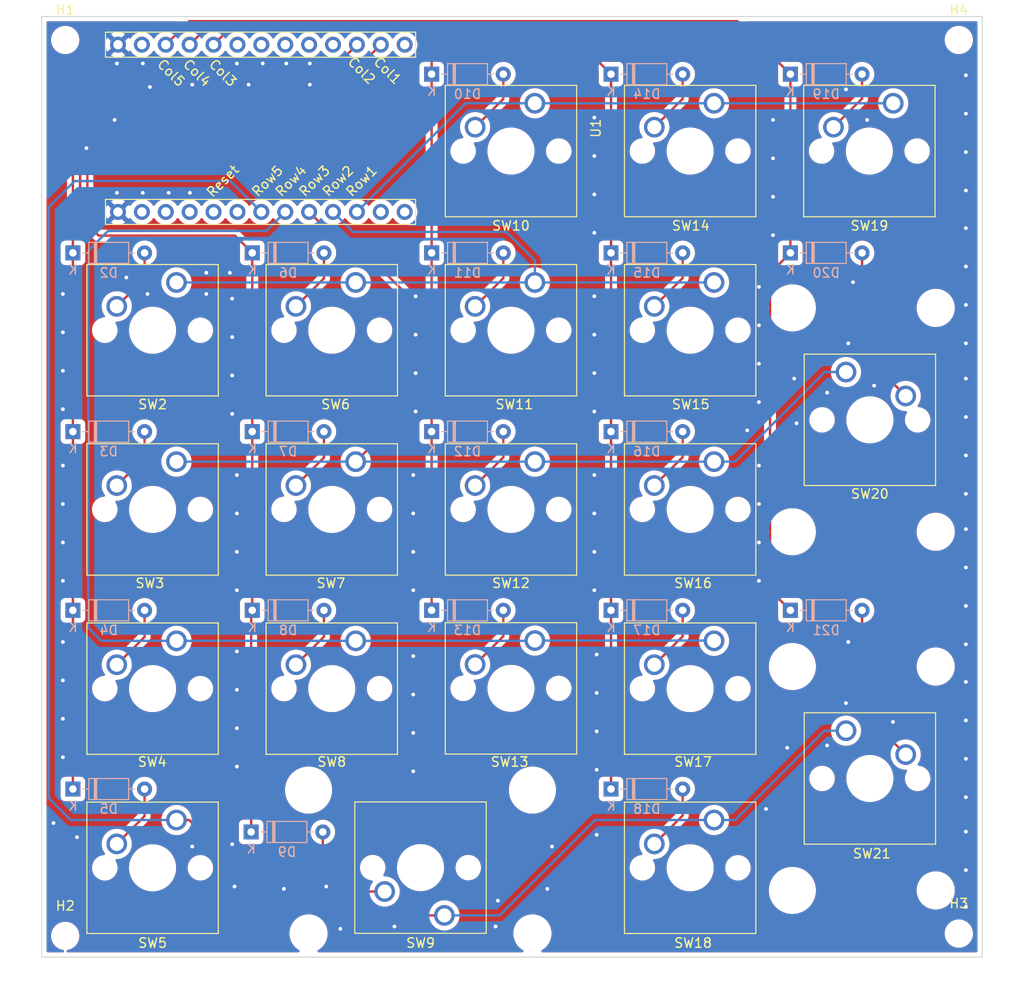
<source format=kicad_pcb>
(kicad_pcb (version 20211014) (generator pcbnew)
  (layers (0 "F.Cu" signal) (31 "B.Cu" signal) (34 "B.Paste" user) (35 "F.Paste" user) (36 "B.SilkS" user "B.Silkscreen") (37 "F.SilkS" user "F.Silkscreen") (38 "B.Mask" user) (39 "F.Mask" user) (44 "Edge.Cuts" user))
  (net 0 "")
  (net 1 "Col1")
  (net 2 "Net-(D2-Pad2)")
  (net 3 "Net-(D3-Pad2)")
  (net 4 "Net-(D4-Pad2)")
  (net 5 "Net-(D5-Pad2)")
  (net 6 "Net-(D6-Pad2)")
  (net 7 "Net-(D7-Pad2)")
  (net 8 "Net-(D8-Pad2)")
  (net 9 "Net-(D9-Pad2)")
  (net 10 "Net-(D10-Pad2)")
  (net 11 "Col3")
  (net 12 "Net-(D11-Pad2)")
  (net 13 "Net-(D12-Pad2)")
  (net 14 "Net-(D13-Pad2)")
  (net 15 "Net-(D14-Pad2)")
  (net 16 "Net-(D15-Pad2)")
  (net 17 "Col4")
  (net 18 "Net-(D16-Pad2)")
  (net 19 "Net-(D17-Pad2)")
  (net 20 "Net-(D18-Pad2)")
  (net 21 "Net-(D19-Pad2)")
  (net 22 "Net-(D20-Pad2)")
  (net 23 "Col5")
  (net 24 "Row1")
  (net 25 "Row2")
  (net 26 "Row3")
  (net 27 "Row4")
  (net 28 "Row5")
  (net 34 "Reset")
  (net 38 "Col2")
  (net 42 "Net-(D21-Pad2)")
  (net 43 "RW1")
  (net 44 "GND")
  (net 45 "RW2")
  (footprint "Button_Switch_Keyboard:SW_Cherry_MX_1.00u_PCB" (layer "F.Cu") (at 126.6275 85.379442)
    (fp_text reference "SW8")
    (fp_text value "SW_Push")
  )
  (footprint "Button_Switch_Keyboard:SW_Cherry_MX_1.00u_PCB" (layer "F.Cu") (at 107.5775 47.279442)
    (fp_text reference "SW2")
    (fp_text value "SW_Push")
  )
  (footprint "Button_Switch_Keyboard:SW_Cherry_MX_1.00u_PCB" (layer "F.Cu") (at 107.5775 66.329442)
    (fp_text reference "SW3")
    (fp_text value "SW_Push")
  )
  (footprint "Button_Switch_Keyboard:SW_Cherry_MX_1.00u_PCB" (layer "F.Cu") (at 164.7275 47.279442)
    (fp_text reference "SW15")
    (fp_text value "SW_Push")
  )
  (footprint "Button_Switch_Keyboard:SW_Cherry_MX_1.00u_PCB" (layer "F.Cu") (at 164.7275 85.379442)
    (fp_text reference "SW17")
    (fp_text value "SW_Push")
  )
  (footprint "MountingHole:MountingHole_2mm" (layer "F.Cu") (at 190.75 21.5)
    (fp_text reference "H4")
    (fp_text value "MountingHole_Pad")
  )
  (footprint "Button_Switch_Keyboard:SW_Cherry_MX_1.00u_PCB" (layer "F.Cu") (at 126.6275 47.279442)
    (fp_text reference "SW6")
    (fp_text value "SW_Push")
  )
  (footprint "Button_Switch_Keyboard:SW_Cherry_MX_1.00u_PCB" (layer "F.Cu") (at 145.6775 28.229442)
    (fp_text reference "SW10")
    (fp_text value "SW_Push")
  )
  (footprint "MountingHole:MountingHole_2mm" (layer "F.Cu") (at 190.75 116.5)
    (fp_text reference "H3")
    (fp_text value "MountingHole_Pad")
  )
  (footprint "MountingHole:MountingHole_2mm" (layer "F.Cu") (at 95.75 116.75)
    (fp_text reference "H2")
    (fp_text value "MountingHole_Pad")
  )
  (footprint "MountingHole:MountingHole_2mm" (layer "F.Cu") (at 95.75 21.5)
    (fp_text reference "H1")
    (fp_text value "MountingHole_Pad")
  )
  (footprint "Kicad-STM32-master:YAAJ_BlackPill_SWD_3" (layer "F.Cu") (at 142 22 -90)
    (fp_text reference "U1")
    (fp_text value "YAAJ_BlackPill_Part_Like_SWD_Breakout" hide)
  )
  (footprint "Button_Switch_Keyboard:SW_Cherry_MX_1.00u_PCB" (layer "F.Cu") (at 164.7275 104.429442)
    (fp_text reference "SW18")
    (fp_text value "SW_Push")
  )
  (footprint "Button_Switch_Keyboard:SW_Cherry_MX_1.00u_PCB" (layer "F.Cu") (at 107.5775 85.379442)
    (fp_text reference "SW4")
    (fp_text value "SW_Push")
  )
  (footprint "Button_Switch_Keyboard:SW_Cherry_MX_1.00u_PCB" (layer "F.Cu") (at 183.7775 28.229442)
    (fp_text reference "SW19")
    (fp_text value "SW_Push")
  )
  (footprint "Button_Switch_Keyboard:SW_Cherry_MX_1.00u_PCB" (layer "F.Cu") (at 107.5775 104.429442)
    (fp_text reference "SW5")
    (fp_text value "SW_Push")
  )
  (footprint "Button_Switch_Keyboard:SW_Cherry_MX_1.00u_PCB" (layer "F.Cu") (at 145.6775 47.279442)
    (fp_text reference "SW11")
    (fp_text value "SW_Push")
  )
  (footprint "Button_Switch_Keyboard:SW_Cherry_MX_1.00u_PCB" (layer "F.Cu") (at 126.6275 66.329442)
    (fp_text reference "SW7")
    (fp_text value "SW_Push")
  )
  (footprint "Button_Switch_Keyboard:SW_Cherry_MX_1.00u_PCB" (layer "F.Cu") (at 164.7275 66.329442)
    (fp_text reference "SW16")
    (fp_text value "SW_Push")
  )
  (footprint "Button_Switch_Keyboard:SW_Cherry_MX_1.00u_PCB" (layer "F.Cu") (at 164.7275 28.229442)
    (fp_text reference "SW14")
    (fp_text value "SW_Push")
  )
  (footprint "Button_Switch_Keyboard:SW_Cherry_MX_1.00u_PCB" (layer "F.Cu") (at 145.6775 85.3525)
    (fp_text reference "SW13")
    (fp_text value "SW_Push")
  )
  (footprint "Button_Switch_Keyboard:SW_Cherry_MX_1.00u_PCB" (layer "F.Cu") (at 145.6775 66.329442)
    (fp_text reference "SW12")
    (fp_text value "SW_Push")
  )
  (footprint "Diode_THT:D_DO-35_SOD27_P7.62mm_Horizontal" (layer "B.Cu") (at 153.773866 63.134442)
    (fp_text reference "D16")
    (fp_text value "1N4148")
  )
  (footprint "Diode_THT:D_DO-35_SOD27_P7.62mm_Horizontal" (layer "B.Cu") (at 134.704244 82.134442)
    (fp_text reference "D13")
    (fp_text value "1N4148")
  )
  (footprint "Diode_THT:D_DO-35_SOD27_P7.62mm_Horizontal" (layer "B.Cu") (at 153.773866 82.134442)
    (fp_text reference "D17")
    (fp_text value "1N4148")
  )
  (footprint "Diode_THT:D_DO-35_SOD27_P7.62mm_Horizontal" (layer "B.Cu") (at 153.773866 25.134442)
    (fp_text reference "D14")
    (fp_text value "1N4148")
  )
  (footprint "Diode_THT:D_DO-35_SOD27_P7.62mm_Horizontal" (layer "B.Cu") (at 153.773866 44.134442)
    (fp_text reference "D15")
    (fp_text value "1N4148")
  )
  (footprint "Diode_THT:D_DO-35_SOD27_P7.62mm_Horizontal" (layer "B.Cu") (at 96.565 82.134442)
    (fp_text reference "D4")
    (fp_text value "1N4148")
  )
  (footprint "Diode_THT:D_DO-35_SOD27_P7.62mm_Horizontal" (layer "B.Cu") (at 172.843489 82.134442)
    (fp_text reference "D21")
    (fp_text value "1N4148")
  )
  (footprint "Diode_THT:D_DO-35_SOD27_P7.62mm_Horizontal" (layer "B.Cu") (at 134.704244 44.134442)
    (fp_text reference "D11")
    (fp_text value "1N4148")
  )
  (footprint "Diode_THT:D_DO-35_SOD27_P7.62mm_Horizontal" (layer "B.Cu") (at 153.773866 101.134442)
    (fp_text reference "D18")
    (fp_text value "1N4148")
  )
  (footprint "Diode_THT:D_DO-35_SOD27_P7.62mm_Horizontal" (layer "B.Cu") (at 172.843489 25.134442)
    (fp_text reference "D19")
    (fp_text value "1N4148")
  )
  (footprint "Diode_THT:D_DO-35_SOD27_P7.62mm_Horizontal" (layer "B.Cu") (at 172.843489 44.134442)
    (fp_text reference "D20")
    (fp_text value "1N4148")
  )
  (footprint "Diode_THT:D_DO-35_SOD27_P7.62mm_Horizontal" (layer "B.Cu") (at 115.634622 44.134442)
    (fp_text reference "D6")
    (fp_text value "1N4148")
  )
  (footprint "Button_Switch_Keyboard:SW_Cherry_MX_2.00u_Vertical_PCB" (layer "B.Cu") (at 178.755 94.9325 180)
    (fp_text reference "SW21")
    (fp_text value "SW_Push")
  )
  (footprint "Diode_THT:D_DO-35_SOD27_P7.62mm_Horizontal" (layer "B.Cu") (at 115.515 105.699442)
    (fp_text reference "D9")
    (fp_text value "1N4148")
  )
  (footprint "Diode_THT:D_DO-35_SOD27_P7.62mm_Horizontal" (layer "B.Cu") (at 96.565 63.134442)
    (fp_text reference "D3")
    (fp_text value "1N4148")
  )
  (footprint "Button_Switch_Keyboard:SW_Cherry_MX_2.00u_Vertical_PCB" (layer "B.Cu") (at 178.755 56.804442 180)
    (fp_text reference "SW20")
    (fp_text value "SW_Push")
  )
  (footprint "Diode_THT:D_DO-35_SOD27_P7.62mm_Horizontal" (layer "B.Cu") (at 134.704244 25.134442)
    (fp_text reference "D10")
    (fp_text value "1N4148")
  )
  (footprint "Button_Switch_Keyboard:SW_Cherry_MX_2.00u_PCB" (layer "B.Cu") (at 136.06 114.57)
    (fp_text reference "SW9")
    (fp_text value "SW_Push")
  )
  (footprint "Diode_THT:D_DO-35_SOD27_P7.62mm_Horizontal" (layer "B.Cu") (at 115.634622 82.134442)
    (fp_text reference "D8")
    (fp_text value "1N4148")
  )
  (footprint "Diode_THT:D_DO-35_SOD27_P7.62mm_Horizontal" (layer "B.Cu") (at 134.704244 63.134442)
    (fp_text reference "D12")
    (fp_text value "1N4148")
  )
  (footprint "Diode_THT:D_DO-35_SOD27_P7.62mm_Horizontal" (layer "B.Cu") (at 96.565 101.134442)
    (fp_text reference "D5")
    (fp_text value "1N4148")
  )
  (footprint "Diode_THT:D_DO-35_SOD27_P7.62mm_Horizontal" (layer "B.Cu") (at 96.565 44.134442)
    (fp_text reference "D2")
    (fp_text value "1N4148")
  )
  (footprint "Diode_THT:D_DO-35_SOD27_P7.62mm_Horizontal" (layer "B.Cu") (at 115.634622 63.134442)
    (fp_text reference "D7")
    (fp_text value "1N4148")
  )
  (gr_rect (start 193.24 19.01) (end 93.25 119) (layer "Edge.Cuts") (width 0.1) (fill none))
  (gr_text "Col3" (at 112.5 25 315) (layer "F.SilkS") (effects (font (size 1 1))))
  (gr_text "Reset" (at 112.5 36.5 45) (layer "F.SilkS") (effects (font (size 1 1))))
  (gr_text "Row3" (at 122.25 36.5 45) (layer "F.SilkS") (effects (font (size 1 1))))
  (gr_text "Col2" (at 127.25 24.75 315) (layer "F.SilkS") (effects (font (size 1 1))))
  (gr_text "Row4" (at 119.75 36.5 45) (layer "F.SilkS") (effects (font (size 1 1))))
  (gr_text "Row1" (at 127.25 36.5 45) (layer "F.SilkS") (effects (font (size 1 1))))
  (gr_text "Row5" (at 117.25 36.5 45) (layer "F.SilkS") (effects (font (size 1 1))))
  (gr_text "Col4" (at 109.75 25 315) (layer "F.SilkS") (effects (font (size 1 1))))
  (gr_text "Col1" (at 130 24.75 315) (layer "F.SilkS") (effects (font (size 1 1))))
  (gr_text "Row2" (at 124.75 36.5 45) (layer "F.SilkS") (effects (font (size 1 1))))
  (gr_text "Col5" (at 107 25 315) (layer "F.SilkS") (effects (font (size 1 1))))
  (segment (start 123.51 25.25) (end 126.76 22) (width 0.25) (layer "F.Cu") (net 1))
  (segment (start 96.565 44.134442) (end 96.565 32.835) (width 0.25) (layer "F.Cu") (net 1))
  (segment (start 96.565 82.134442) (end 96.565 63.134442) (width 0.25) (layer "F.Cu") (net 1))
  (segment (start 96.565 32.835) (end 104.15 25.25) (width 0.25) (layer "F.Cu") (net 1))
  (segment (start 96.565 63.134442) (end 96.565 44.134442) (width 0.25) (layer "F.Cu") (net 1))
  (segment (start 96.565 101.134442) (end 96.565 82.134442) (width 0.25) (layer "F.Cu") (net 1))
  (segment (start 104.15 25.25) (end 123.51 25.25) (width 0.25) (layer "F.Cu") (net 1))
  (segment (start 104.185 46.861942) (end 101.2275 49.819442) (width 0.25) (layer "F.Cu") (net 2))
  (segment (start 104.185 44.134442) (end 104.185 46.861942) (width 0.25) (layer "F.Cu") (net 2))
  (segment (start 104.185 65.911942) (end 101.2275 68.869442) (width 0.25) (layer "F.Cu") (net 3))
  (segment (start 104.185 63.134442) (end 104.185 65.911942) (width 0.25) (layer "F.Cu") (net 3))
  (segment (start 104.185 84.961942) (end 101.2275 87.919442) (width 0.25) (layer "F.Cu") (net 4))
  (segment (start 104.185 82.134442) (end 104.185 84.961942) (width 0.25) (layer "F.Cu") (net 4))
  (segment (start 104.185 104.011942) (end 101.2275 106.969442) (width 0.25) (layer "F.Cu") (net 5))
  (segment (start 104.185 101.134442) (end 104.185 104.011942) (width 0.25) (layer "F.Cu") (net 5))
  (segment (start 123.254622 44.134442) (end 123.254622 46.84232) (width 0.25) (layer "F.Cu") (net 6))
  (segment (start 123.254622 46.84232) (end 120.2775 49.819442) (width 0.25) (layer "F.Cu") (net 6))
  (segment (start 123.254622 63.134442) (end 123.254622 65.89232) (width 0.25) (layer "F.Cu") (net 7))
  (segment (start 123.254622 65.89232) (end 120.2775 68.869442) (width 0.25) (layer "F.Cu") (net 7))
  (segment (start 123.254622 82.134442) (end 123.254622 84.94232) (width 0.25) (layer "F.Cu") (net 8))
  (segment (start 123.254622 84.94232) (end 120.2775 87.919442) (width 0.25) (layer "F.Cu") (net 8))
  (segment (start 123.135 105.699442) (end 123.135 109.385) (width 0.25) (layer "F.Cu") (net 9))
  (segment (start 125.78 112.03) (end 129.71 112.03) (width 0.25) (layer "F.Cu") (net 9))
  (segment (start 123.135 109.385) (end 125.78 112.03) (width 0.25) (layer "F.Cu") (net 9))
  (segment (start 142.324244 25.134442) (end 142.324244 27.772698) (width 0.25) (layer "F.Cu") (net 10))
  (segment (start 142.324244 27.772698) (end 139.3275 30.769442) (width 0.25) (layer "F.Cu") (net 10))
  (segment (start 113.02 20.5) (end 111.52 22) (width 0.25) (layer "F.Cu") (net 11))
  (segment (start 134.704244 21.704244) (end 133.5 20.5) (width 0.25) (layer "F.Cu") (net 11))
  (segment (start 134.704244 44.134442) (end 134.704244 25.134442) (width 0.25) (layer "F.Cu") (net 11))
  (segment (start 134.704244 82.134442) (end 134.704244 63.134442) (width 0.25) (layer "F.Cu") (net 11))
  (segment (start 134.704244 25.134442) (end 134.704244 21.704244) (width 0.25) (layer "F.Cu") (net 11))
  (segment (start 134.704244 63.134442) (end 134.704244 44.134442) (width 0.25) (layer "F.Cu") (net 11))
  (segment (start 133.5 20.5) (end 113.02 20.5) (width 0.25) (layer "F.Cu") (net 11))
  (segment (start 142.324244 46.822698) (end 139.3275 49.819442) (width 0.25) (layer "F.Cu") (net 12))
  (segment (start 142.324244 44.134442) (end 142.324244 46.822698) (width 0.25) (layer "F.Cu") (net 12))
  (segment (start 142.324244 63.134442) (end 142.324244 65.872698) (width 0.25) (layer "F.Cu") (net 13))
  (segment (start 142.324244 65.872698) (end 139.3275 68.869442) (width 0.25) (layer "F.Cu") (net 13))
  (segment (start 142.324244 82.134442) (end 142.324244 84.895756) (width 0.25) (layer "F.Cu") (net 14))
  (segment (start 142.324244 84.895756) (end 139.3275 87.8925) (width 0.25) (layer "F.Cu") (net 14))
  (segment (start 161.393866 25.134442) (end 161.393866 27.753076) (width 0.25) (layer "F.Cu") (net 15))
  (segment (start 161.393866 27.753076) (end 158.3775 30.769442) (width 0.25) (layer "F.Cu") (net 15))
  (segment (start 161.393866 46.803076) (end 158.3775 49.819442) (width 0.25) (layer "F.Cu") (net 16))
  (segment (start 161.393866 44.134442) (end 161.393866 46.803076) (width 0.25) (layer "F.Cu") (net 16))
  (segment (start 153.773866 44.134442) (end 153.773866 25.134442) (width 0.25) (layer "F.Cu") (net 17))
  (segment (start 153.773866 101.134442) (end 153.773866 82.134442) (width 0.25) (layer "F.Cu") (net 17))
  (segment (start 153.773866 25.134442) (end 148.639424 20) (width 0.25) (layer "F.Cu") (net 17))
  (segment (start 153.773866 63.134442) (end 153.773866 44.134442) (width 0.25) (layer "F.Cu") (net 17))
  (segment (start 110.98 20) (end 108.98 22) (width 0.25) (layer "F.Cu") (net 17))
  (segment (start 148.639424 20) (end 110.98 20) (width 0.25) (layer "F.Cu") (net 17))
  (segment (start 153.773866 82.134442) (end 153.773866 63.134442) (width 0.25) (layer "F.Cu") (net 17))
  (segment (start 161.393866 65.853076) (end 158.3775 68.869442) (width 0.25) (layer "F.Cu") (net 18))
  (segment (start 161.393866 63.134442) (end 161.393866 65.853076) (width 0.25) (layer "F.Cu") (net 18))
  (segment (start 161.393866 84.903076) (end 158.3775 87.919442) (width 0.25) (layer "F.Cu") (net 19))
  (segment (start 161.393866 82.134442) (end 161.393866 84.903076) (width 0.25) (layer "F.Cu") (net 19))
  (segment (start 161.393866 103.953076) (end 158.3775 106.969442) (width 0.25) (layer "F.Cu") (net 20))
  (segment (start 161.393866 101.134442) (end 161.393866 103.953076) (width 0.25) (layer "F.Cu") (net 20))
  (segment (start 180.463489 25.134442) (end 180.463489 27.733453) (width 0.25) (layer "F.Cu") (net 21))
  (segment (start 180.463489 27.733453) (end 177.4275 30.769442) (width 0.25) (layer "F.Cu") (net 21))
  (segment (start 180.463489 54.702931) (end 185.105 59.344442) (width 0.25) (layer "F.Cu") (net 22))
  (segment (start 180.463489 44.134442) (end 180.463489 54.702931) (width 0.25) (layer "F.Cu") (net 22))
  (segment (start 172.843489 25.134442) (end 172.843489 44.134442) (width 0.25) (layer "F.Cu") (net 23))
  (segment (start 172.834442 25.134442) (end 167.2 19.5) (width 0.25) (layer "F.Cu") (net 23))
  (segment (start 172.843489 25.134442) (end 172.834442 25.134442) (width 0.25) (layer "F.Cu") (net 23))
  (segment (start 172.843489 82.134442) (end 170.679999 79.970952) (width 0.25) (layer "F.Cu") (net 23))
  (segment (start 170.679999 46.297932) (end 172.843489 44.134442) (width 0.25) (layer "F.Cu") (net 23))
  (segment (start 170.679999 79.970952) (end 170.679999 46.297932) (width 0.25) (layer "F.Cu") (net 23))
  (segment (start 167.2 19.5) (end 108.94 19.5) (width 0.25) (layer "F.Cu") (net 23))
  (segment (start 108.94 19.5) (end 106.44 22) (width 0.25) (layer "F.Cu") (net 23))
  (segment (start 145.6775 28.229442) (end 138.310558 28.229442) (width 0.25) (layer "B.Cu") (net 24))
  (segment (start 138.310558 28.229442) (end 126.76 39.78) (width 0.25) (layer "B.Cu") (net 24))
  (segment (start 164.7275 28.229442) (end 145.6775 28.229442) (width 0.25) (layer "B.Cu") (net 24))
  (segment (start 183.7775 28.229442) (end 164.7275 28.229442) (width 0.25) (layer "B.Cu") (net 24))
  (segment (start 142.65 41.9) (end 126.34 41.9) (width 0.25) (layer "B.Cu") (net 25))
  (segment (start 126.6275 47.279442) (end 145.6775 47.279442) (width 0.25) (layer "B.Cu") (net 25))
  (segment (start 145.6775 44.9275) (end 142.65 41.9) (width 0.25) (layer "B.Cu") (net 25))
  (segment (start 126.34 41.9) (end 124.22 39.78) (width 0.25) (layer "B.Cu") (net 25))
  (segment (start 145.6775 47.279442) (end 164.7275 47.279442) (width 0.25) (layer "B.Cu") (net 25))
  (segment (start 107.5775 47.279442) (end 126.6275 47.279442) (width 0.25) (layer "B.Cu") (net 25))
  (segment (start 145.6775 47.279442) (end 145.6775 44.9275) (width 0.25) (layer "B.Cu") (net 25))
  (segment (start 127 43.5) (end 131.7 48.2) (width 0.25) (layer "F.Cu") (net 26))
  (segment (start 121.68 39.78) (end 125.4 43.5) (width 0.25) (layer "F.Cu") (net 26))
  (segment (start 125.4 43.5) (end 127 43.5) (width 0.25) (layer "F.Cu") (net 26))
  (segment (start 131.7 48.2) (end 131.7 61.256942) (width 0.25) (layer "F.Cu") (net 26))
  (segment (start 131.7 61.256942) (end 126.6275 66.329442) (width 0.25) (layer "F.Cu") (net 26))
  (segment (start 176.495558 56.804442) (end 178.755 56.804442) (width 0.25) (layer "B.Cu") (net 26))
  (segment (start 164.7275 66.329442) (end 166.970558 66.329442) (width 0.25) (layer "B.Cu") (net 26))
  (segment (start 166.970558 66.329442) (end 176.495558 56.804442) (width 0.25) (layer "B.Cu") (net 26))
  (segment (start 126.6275 66.329442) (end 145.970558 66.329442) (width 0.25) (layer "B.Cu") (net 26))
  (segment (start 145.6775 66.329442) (end 164.7275 66.329442) (width 0.25) (layer "B.Cu") (net 26))
  (segment (start 107.5775 66.329442) (end 126.6275 66.329442) (width 0.25) (layer "B.Cu") (net 26))
  (segment (start 117.12 41.8) (end 119.14 39.78) (width 0.25) (layer "B.Cu") (net 27))
  (segment (start 100.3 41.8) (end 117.12 41.8) (width 0.25) (layer "B.Cu") (net 27))
  (segment (start 145.650558 85.379442) (end 145.6775 85.3525) (width 0.25) (layer "B.Cu") (net 27))
  (segment (start 99.579442 85.379442) (end 98.2 84) (width 0.25) (layer "B.Cu") (net 27))
  (segment (start 145.6775 85.3525) (end 164.700558 85.3525) (width 0.25) (layer "B.Cu") (net 27))
  (segment (start 107.5775 85.379442) (end 126.6275 85.379442) (width 0.25) (layer "B.Cu") (net 27))
  (segment (start 107.5775 85.379442) (end 99.579442 85.379442) (width 0.25) (layer "B.Cu") (net 27))
  (segment (start 98.2 43.9) (end 100.3 41.8) (width 0.25) (layer "B.Cu") (net 27))
  (segment (start 164.700558 85.3525) (end 164.7275 85.379442) (width 0.25) (layer "B.Cu") (net 27))
  (segment (start 126.6275 85.379442) (end 145.650558 85.379442) (width 0.25) (layer "B.Cu") (net 27))
  (segment (start 98.2 84) (end 98.2 43.9) (width 0.25) (layer "B.Cu") (net 27))
  (segment (start 124.57 114.57) (end 136.06 114.57) (width 0.25) (layer "F.Cu") (net 28))
  (segment (start 114.75 110.25) (end 120.25 110.25) (width 0.25) (layer "F.Cu") (net 28))
  (segment (start 107.5775 104.429442) (end 108.929442 104.429442) (width 0.25) (layer "F.Cu") (net 28))
  (segment (start 120.25 110.25) (end 124.57 114.57) (width 0.25) (layer "F.Cu") (net 28))
  (segment (start 108.929442 104.429442) (end 114.75 110.25) (width 0.25) (layer "F.Cu") (net 28))
  (segment (start 176.4675 94.9325) (end 178.755 94.9325) (width 0.25) (layer "B.Cu") (net 28))
  (segment (start 152.070558 104.429442) (end 141.93 114.57) (width 0.25) (layer "B.Cu") (net 28))
  (segment (start 164.7275 104.429442) (end 152.070558 104.429442) (width 0.25) (layer "B.Cu") (net 28))
  (segment (start 94 39.25) (end 96.75 36.5) (width 0.25) (layer "B.Cu") (net 28))
  (segment (start 164.7275 104.429442) (end 166.970558 104.429442) (width 0.25) (layer "B.Cu") (net 28))
  (segment (start 166.970558 104.429442) (end 176.4675 94.9325) (width 0.25) (layer "B.Cu") (net 28))
  (segment (start 96.329442 104.429442) (end 94 102.1) (width 0.25) (layer "B.Cu") (net 28))
  (segment (start 94 102.1) (end 94 39.25) (width 0.25) (layer "B.Cu") (net 28))
  (segment (start 96.75 36.5) (end 113.32 36.5) (width 0.25) (layer "B.Cu") (net 28))
  (segment (start 141.93 114.57) (end 136.06 114.57) (width 0.25) (layer "B.Cu") (net 28))
  (segment (start 107.5775 104.429442) (end 96.329442 104.429442) (width 0.25) (layer "B.Cu") (net 28))
  (segment (start 113.32 36.5) (end 116.6 39.78) (width 0.25) (layer "B.Cu") (net 28))
  (segment (start 105.25 27.5) (end 123.8 27.5) (width 0.25) (layer "F.Cu") (net 38))
  (segment (start 99.3 42.3) (end 98.1 41.1) (width 0.25) (layer "F.Cu") (net 38))
  (segment (start 98.1 41.1) (end 98.1 34.65) (width 0.25) (layer "F.Cu") (net 38))
  (segment (start 115.634622 44.134442) (end 113.80018 42.3) (width 0.25) (layer "F.Cu") (net 38))
  (segment (start 123.8 27.5) (end 129.3 22) (width 0.25) (layer "F.Cu") (net 38))
  (segment (start 115.515 105.699442) (end 115.515 82.254064) (width 0.25) (layer "F.Cu") (net 38))
  (segment (start 115.634622 82.134442) (end 115.634622 63.134442) (width 0.25) (layer "F.Cu") (net 38))
  (segment (start 113.80018 42.3) (end 99.3 42.3) (width 0.25) (layer "F.Cu") (net 38))
  (segment (start 115.634622 63.134442) (end 115.634622 44.134442) (width 0.25) (layer "F.Cu") (net 38))
  (segment (start 98.1 34.65) (end 105.25 27.5) (width 0.25) (layer "F.Cu") (net 38))
  (segment (start 115.515 82.254064) (end 115.634622 82.134442) (width 0.25) (layer "F.Cu") (net 38))
  (segment (start 180.463489 92.830989) (end 185.105 97.4725) (width 0.25) (layer "F.Cu") (net 42))
  (segment (start 180.463489 82.134442) (end 180.463489 92.830989) (width 0.25) (layer "F.Cu") (net 42))
  (via (at 173.5 62.25) (size 0.8) (drill 0.4) (layers "F.Cu" "B.Cu") (net 44))
  (via (at 95.5 93.666666) (size 0.8) (drill 0.4) (layers "F.Cu" "B.Cu") (net 44))
  (via (at 119.25 24) (size 0.8) (drill 0.4) (layers "F.Cu" "B.Cu") (net 44))
  (via (at 132.75 91.083333) (size 0.8) (drill 0.4) (layers "F.Cu" "B.Cu") (net 44))
  (via (at 101.25 24) (size 0.8) (drill 0.4) (layers "F.Cu" "B.Cu") (net 44))
  (via (at 98 33) (size 0.8) (drill 0.4) (layers "F.Cu" "B.Cu") (net 44))
  (via (at 191.5 77.583333) (size 0.8) (drill 0.4) (layers "F.Cu" "B.Cu") (net 44))
  (via (at 113.25 46.25) (size 0.8) (drill 0.4) (layers "F.Cu" "B.Cu") (net 44))
  (via (at 133 52.833333) (size 0.8) (drill 0.4) (layers "F.Cu" "B.Cu") (net 44))
  (via (at 171 42.25) (size 0.8) (drill 0.4) (layers "F.Cu" "B.Cu") (net 44))
  (via (at 104.75 26.5) (size 0.8) (drill 0.4) (layers "F.Cu" "B.Cu") (net 44))
  (via (at 183.75 94) (size 0.8) (drill 0.4) (layers "F.Cu" "B.Cu") (net 44))
  (via (at 141.5 115.75) (size 0.8) (drill 0.4) (layers "F.Cu" "B.Cu") (net 44))
  (via (at 169.5 66.75) (size 0.8) (drill 0.4) (layers "F.Cu" "B.Cu") (net 44))
  (via (at 152 48.75) (size 0.8) (drill 0.4) (layers "F.Cu" "B.Cu") (net 44))
  (via (at 176.75 59) (size 0.8) (drill 0.4) (layers "F.Cu" "B.Cu") (net 44))
  (via (at 95.5 70.833333) (size 0.8) (drill 0.4) (layers "F.Cu" "B.Cu") (net 44))
  (via (at 191.5 57.5) (size 0.8) (drill 0.4) (layers "F.Cu" "B.Cu") (net 44))
  (via (at 132.75 67.75) (size 0.8) (drill 0.4) (layers "F.Cu" "B.Cu") (net 44))
  (via (at 101.25 37.75) (size 0.8) (drill 0.4) (layers "F.Cu" "B.Cu") (net 44))
  (via (at 113.5 61.25) (size 0.8) (drill 0.4) (layers "F.Cu" "B.Cu") (net 44))
  (via (at 152.25 90.916667) (size 0.8) (drill 0.4) (layers "F.Cu" "B.Cu") (net 44))
  (via (at 152 56.916666) (size 0.8) (drill 0.4) (layers "F.Cu" "B.Cu") (net 44))
  (via (at 173.25 57.5) (size 0.8) (drill 0.4) (layers "F.Cu" "B.Cu") (net 44))
  (via (at 132.75 75.916666) (size 0.8) (drill 0.4) (layers "F.Cu" "B.Cu") (net 44))
  (via (at 113.5 49) (size 0.8) (drill 0.4) (layers "F.Cu" "B.Cu") (net 44))
  (via (at 191.5 45.583333) (size 0.8) (drill 0.4) (layers "F.Cu" "B.Cu") (net 44))
  (via (at 113.5 57.166666) (size 0.8) (drill 0.4) (layers "F.Cu" "B.Cu") (net 44))
  (via (at 191.5 69.75) (size 0.8) (drill 0.4) (layers "F.Cu" "B.Cu") (net 44))
  (via (at 191.5 113.666666) (size 0.8) (drill 0.4) (layers "F.Cu" "B.Cu") (net 44))
  (via (at 114 86.5) (size 0.8) (drill 0.4) (layers "F.Cu" "B.Cu") (net 44))
  (via (at 181.75 58.25) (size 0.8) (drill 0.4) (layers "F.Cu" "B.Cu") (net 44))
  (via (at 179.5 47.25) (size 0.8) (drill 0.4) (layers "F.Cu" "B.Cu") (net 44))
  (via (at 176.75 96.5) (size 0.8) (drill 0.4) (layers "F.Cu" "B.Cu") (net 44))
  (via (at 152 67.75) (size 0.8) (drill 0.4) (layers "F.Cu" "B.Cu") (net 44))
  (via (at 169.5 60) (size 0.8) (drill 0.4) (layers "F.Cu" "B.Cu") (net 44))
  (via (at 191.5 65.666666) (size 0.8) (drill 0.4) (layers "F.Cu" "B.Cu") (net 44))
  (via (at 152 37.916666) (size 0.8) (drill 0.4) (layers "F.Cu" "B.Cu") (net 44))
  (via (at 171 38.166666) (size 0.8) (drill 0.4) (layers "F.Cu" "B.Cu") (net 44))
  (via (at 113.5 107) (size 0.8) (drill 0.4) (layers "F.Cu" "B.Cu") (net 44))
  (via (at 95.5 89.583333) (size 0.8) (drill 0.4) (layers "F.Cu" "B.Cu") (net 44))
  (via (at 152.25 95) (size 0.8) (drill 0.4) (layers "F.Cu" "B.Cu") (net 44))
  (via (at 168.25 63) (size 0.8) (drill 0.4) (layers "F.Cu" "B.Cu") (net 44))
  (via (at 191.5 97.916666) (size 0.8) (drill 0.4) (layers "F.Cu" "B.Cu") (net 44))
  (via (at 191.5 33.416666) (size 0.8) (drill 0.4) (layers "F.Cu" "B.Cu") (net 44))
  (via (at 95.5 85.5) (size 0.8) (drill 0.4) (layers "F.Cu" "B.Cu") (net 44))
  (via (at 191.5 61.583333) (size 0.8) (drill 0.4) (layers "F.Cu" "B.Cu") (net 44))
  (via (at 132.75 95.166666) (size 0.8) (drill 0.4) (layers "F.Cu" "B.Cu") (net 44))
  (via (at 109 37.75) (size 0.8) (drill 0.4) (layers "F.Cu" "B.Cu") (net 44))
  (via (at 191.5 105.666666) (size 0.8) (drill 0.4) (layers "F.Cu" "B.Cu") (net 44))
  (via (at 95.5 79) (size 0.8) (drill 0.4) (layers "F.Cu" "B.Cu") (net 44))
  (via (at 114 71.833333) (size 0.8) (drill 0.4) (layers "F.Cu" "B.Cu") (net 44))
  (via (at 152 61) (size 0.8) (drill 0.4) (layers "F.Cu" "B.Cu") (net 44))
  (via (at 133 61) (size 0.8) (drill 0.4) (layers "F.Cu" "B.Cu") (net 44))
  (via (at 95.5 48.5) (size 0.8) (drill 0.4) (layers "F.Cu" "B.Cu") (net 44))
  (via (at 109.25 26.25) (size 0.8) (drill 0.4) (layers "F.Cu" "B.Cu") (net 44))
  (via (at 152 42) (size 0.8) (drill 0.4) (layers "F.Cu" "B.Cu") (net 44))
  (via (at 152 33.833333) (size 0.8) (drill 0.4) (layers "F.Cu" "B.Cu") (net 44))
  (via (at 101 30) (size 0.8) (drill 0.4) (layers "F.Cu" "B.Cu") (net 44))
  (via (at 152.25 86.833334) (size 0.8) (drill 0.4) (layers "F.Cu" "B.Cu") (net 44))
  (via (at 132.75 99.25) (size 0.8) (drill 0.4) (layers "F.Cu" "B.Cu") (net 44))
  (via (at 191.5 73.5) (size 0.8) (drill 0.4) (layers "F.Cu" "B.Cu") (net 44))
  (via (at 115.25 26.25) (size 0.8) (drill 0.4) (layers "F.Cu" "B.Cu") (net 44))
  (via (at 191.5 89.75) (size 0.8) (drill 0.4) (layers "F.Cu" "B.Cu") (net 44))
  (via (at 132.75 71.833333) (size 0.8) (drill 0.4) (layers "F.Cu" "B.Cu") (net 44))
  (via (at 102.25 46.75) (size 0.8) (drill 0.4) (layers "F.Cu" "B.Cu") (net 44))
  (via (at 97 106.25) (size 0.8) (drill 0.4) (layers "F.Cu" "B.Cu") (net 44))
  (via (at 152.25 99.083334) (size 0.8) (drill 0.4) (layers "F.Cu" "B.Cu") (net 44))
  (via (at 114 80) (size 0.8) (drill 0.4) (layers "F.Cu" "B.Cu") (net 44))
  (via (at 106.75 37.75) (size 0.8) (drill 0.4) (layers "F.Cu" "B.Cu") (net 44))
  (via (at 113.75 111.5) (size 0.8) (drill 0.4) (layers "F.Cu" "B.Cu") (net 44))
  (via (at 191.5 109.75) (size 0.8) (drill 0.4) (layers "F.Cu" "B.Cu") (net 44))
  (via (at 172.5 96.75) (size 0.8) (drill 0.4) (layers "F.Cu" "B.Cu") (net 44))
  (via (at 114 94.666666) (size 0.8) (drill 0.4) (layers "F.Cu" "B.Cu") (net 44))
  (via (at 130.75 115.75) (size 0.8) (drill 0.4) (layers "F.Cu" "B.Cu") (net 44))
  (via (at 191.5 93.833333) (size 0.8) (drill 0.4) (layers "F.Cu" "B.Cu") (net 44))
  (via (at 152 71.833333) (size 0.8) (drill 0.4) (layers "F.Cu" "B.Cu") (net 44))
  (via (at 170.25 103.25) (size 0.8) (drill 0.4) (layers "F.Cu" "B.Cu") (net 44))
  (via (at 132.75 87) (size 0.8) (drill 0.4) (layers "F.Cu" "B.Cu") (net 44))
  (via (at 114 75.916666) (size 0.8) (drill 0.4) (layers "F.Cu" "B.Cu") (net 44))
  (via (at 179 85.5) (size 0.8) (drill 0.4) (layers "F.Cu" "B.Cu") (net 44))
  (via (at 104 24) (size 0.8) (drill 0.4) (layers "F.Cu" "B.Cu") (net 44))
  (via (at 114 24) (size 0.8) (drill 0.4) (layers "F.Cu" "B.Cu") (net 44))
  (via (at 191.5 49.666666) (size 0.8) (drill 0.4) (layers "F.Cu" "B.Cu") (net 44))
  (via (at 123.5 111.5) (size 0.8) (drill 0.4) (layers "F.Cu" "B.Cu") (net 44))
  (via (at 147 111.75) (size 0.8) (drill 0.4) (layers "F.Cu" "B.Cu") (net 44))
  (via (at 178.75 26.75) (size 0.8) (drill 0.4) (layers "F.Cu" "B.Cu") (net 44))
  (via (at 152 52.833333) (size 0.8) (drill 0.4) (layers "F.Cu" "B.Cu") (net 44))
  (via (at 169.5 70.833333) (size 0.8) (drill 0.4) (layers "F.Cu" "B.Cu") (net 44))
  (via (at 114 90.583333) (size 0.8) (drill 0.4) (layers "F.Cu" "B.Cu") (net 44))
  (via (at 169.5 51.833333) (size 0.8) (drill 0.4) (layers "F.Cu" "B.Cu") (net 44))
  (via (at 94.5 104.75) (size 0.8) (drill 0.4) (layers "F.Cu" "B.Cu") (net 44))
  (via (at 114 67.75) (size 0.8) (drill 0.4) (layers "F.Cu" "B.Cu") (net 44))
  (via (at 169.5 55.916666) (size 0.8) (drill 0.4) (layers "F.Cu" "B.Cu") (net 44))
  (via (at 104.5 48.5) (size 0.8) (drill 0.4) (layers "F.Cu" "B.Cu") (net 44))
  (via (at 110.75 46.25) (size 0.8) (drill 0.4) (layers "F.Cu" "B.Cu") (net 44))
  (via (at 132.75 80) (size 0.8) (drill 0.4) (layers "F.Cu" "B.Cu") (net 44))
  (via (at 191.5 29.333333) (size 0.8) (drill 0.4) (layers "F.Cu" "B.Cu") (net 44))
  (via (at 169.5 47.75) (size 0.8) (drill 0.4) (layers "F.Cu" "B.Cu") (net 44))
  (via (at 133 48.75) (size 0.8) (drill 0.4) (layers "F.Cu" "B.Cu") (net 44))
  (via (at 152 29.75) (size 0.8) (drill 0.4) (layers "F.Cu" "B.Cu") (net 44))
  (via (at 191.5 25.25) (size 0.8) (drill 0.4) (layers "F.Cu" "B.Cu") (net 44))
  (via (at 95.5 60.75) (size 0.8) (drill 0.4) (layers "F.Cu" "B.Cu") (net 44))
  (via (at 109.25 107.25) (size 0.8) (drill 0.4) (layers "F.Cu" "B.Cu") (net 44))
  (via (at 141.75 113) (size 0.8) (drill 0.4) (layers "F.Cu" "B.Cu") (net 44))
  (via (at 125 116) (size 0.8) (drill 0.4) (layers "F.Cu" "B.Cu") (net 44))
  (via (at 113.5 53.083333) (size 0.8) (drill 0.4) (layers "F.Cu" "B.Cu") (net 44))
  (via (at 95.5 97.75) (size 0.8) (drill 0.4) (layers "F.Cu" "B.Cu") (net 44))
  (via (at 116.75 24) (size 0.8) (drill 0.4) (layers "F.Cu" "B.Cu") (net 44))
  (via (at 133 56.916666) (size 0.8) (drill 0.4) (layers "F.Cu" "B.Cu") (net 44))
  (via (at 171 30) (size 0.8) (drill 0.4) (layers "F.Cu" "B.Cu") (net 44))
  (via (at 152.25 106) (size 0.8) (drill 0.4) (layers "F.Cu" "B.Cu") (net 44))
  (via (at 104 37.75) (size 0.8) (drill 0.4) (layers "F.Cu" "B.Cu") (net 44))
  (via (at 171 34.083333) (size 0.8) (drill 0.4) (layers "F.Cu" "B.Cu") (net 44))
  (via (at 147.5 107.25) (size 0.8) (drill 0.4) (layers "F.Cu" "B.Cu") (net 44))
  (via (at 191.5 41.5) (size 0.8) (drill 0.4) (layers "F.Cu" "B.Cu") (net 44))
  (via (at 169.5 74.916666) (size 0.8) (drill 0.4) (layers "F.Cu" "B.Cu") (net 44))
  (via (at 95.5 52.583333) (size 0.8) (drill 0.4) (layers "F.Cu" "B.Cu") (net 44))
  (via (at 152 80) (size 0.8) (drill 0.4) (layers "F.Cu" "B.Cu") (net 44))
  (via (at 191.5 37.5) (size 0.8) (drill 0.4) (layers "F.Cu" "B.Cu") (net 44))
  (via (at 119 111.75) (size 0.8) (drill 0.4) (layers "F.Cu" "B.Cu") (net 44))
  (via (at 178.75 92) (size 0.8) (drill 0.4) (layers "F.Cu" "B.Cu") (net 44))
  (via (at 191.5 53.75) (size 0.8) (drill 0.4) (layers "F.Cu" "B.Cu") (net 44))
  (via (at 191.5 85.75) (size 0.8) (drill 0.4) (layers "F.Cu" "B.Cu") (net 44))
  (via (at 95.5 56.666666) (size 0.8) (drill 0.4) (layers "F.Cu" "B.Cu") (net 44))
  (via (at 191.5 102) (size 0.8) (drill 0.4) (layers "F.Cu" "B.Cu") (net 44))
  (via (at 110.75 48.5) (size 0.8) (drill 0.4) (layers "F.Cu" "B.Cu") (net 44))
  (via (at 114 98.75) (size 0.8) (drill 0.4) (layers "F.Cu" "B.Cu") (net 44))
  (via (at 121.75 26.25) (size 0.8) (drill 0.4) (layers "F.Cu" "B.Cu") (net 44))
  (via (at 121.75 24) (size 0.8) (drill 0.4) (layers "F.Cu" "B.Cu") (net 44))
  (via (at 191.5 81.666666) (size 0.8) (drill 0.4) (layers "F.Cu" "B.Cu") (net 44))
  (via (at 169.5 79) (size 0.8) (drill 0.4) (layers "F.Cu" "B.Cu") (net 44))
  (via (at 181 30) (size 0.8) (drill 0.4) (layers "F.Cu" "B.Cu") (net 44))
  (via (at 95.5 74.916666) (size 0.8) (drill 0.4) (layers "F.Cu" "B.Cu") (net 44))
  (via (at 152 75.916666) (size 0.8) (drill 0.4) (layers "F.Cu" "B.Cu") (net 44))
  (via (at 95.5 66.75) (size 0.8) (drill 0.4) (layers "F.Cu" "B.Cu") (net 44))
  (via (at 179 53.75) (size 0.8) (drill 0.4) (layers "F.Cu" "B.Cu") (net 44))
  (zone (net 44) (net_name "GND") (layers F&B.Cu) (connect_pads (clearance 0.508)) (min_thickness 0.254) (fill yes (thermal_gap 0.508) (thermal_bridge_width 0.508))
    (polygon (pts (xy 197 123.25) (xy 89.5 123.25) (xy 89.5 17.25) (xy 197 17.25)))
  )
)
</source>
